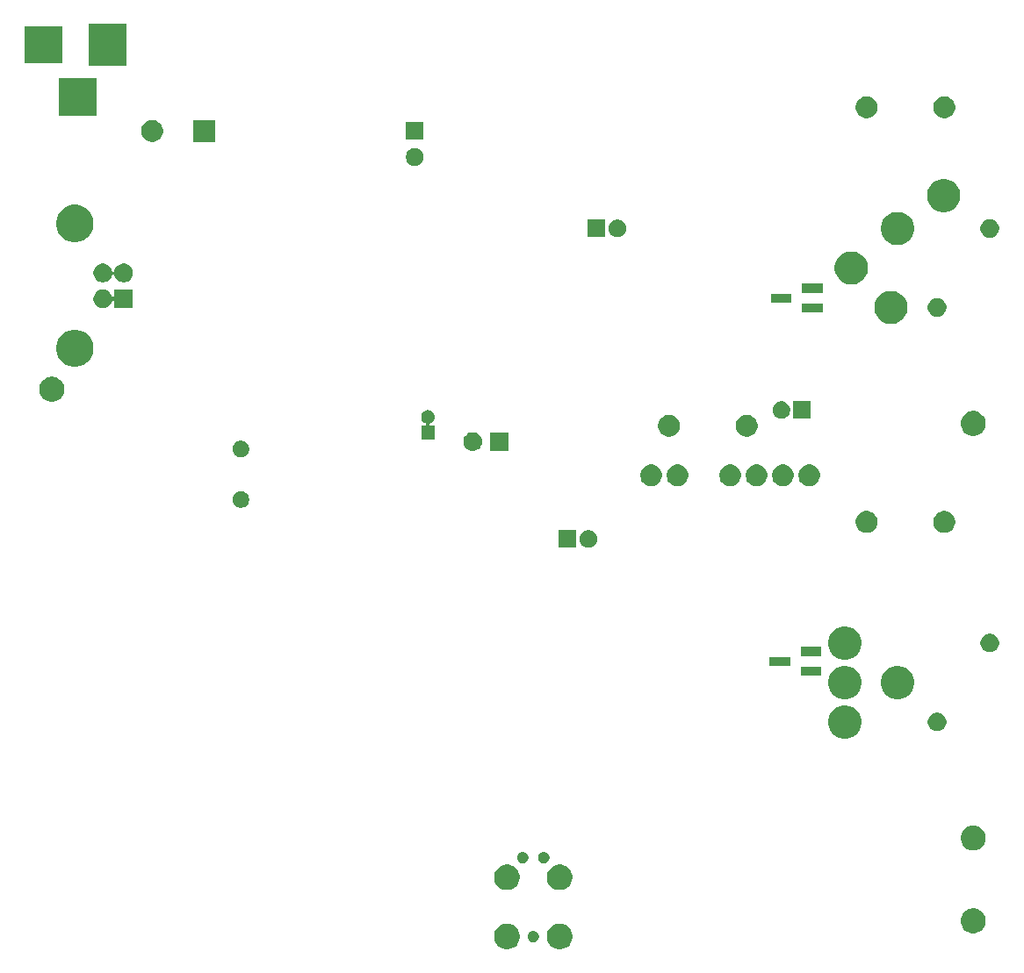
<source format=gbs>
G04 #@! TF.GenerationSoftware,KiCad,Pcbnew,5.0.1*
G04 #@! TF.CreationDate,2019-02-02T17:49:27+01:00*
G04 #@! TF.ProjectId,UsbDmx,557362446D782E6B696361645F706362,rev?*
G04 #@! TF.SameCoordinates,Original*
G04 #@! TF.FileFunction,Soldermask,Bot*
G04 #@! TF.FilePolarity,Negative*
%FSLAX46Y46*%
G04 Gerber Fmt 4.6, Leading zero omitted, Abs format (unit mm)*
G04 Created by KiCad (PCBNEW 5.0.1) date Sa 02 Feb 2019 17:49:27 CET*
%MOMM*%
%LPD*%
G01*
G04 APERTURE LIST*
%ADD10C,0.100000*%
G04 APERTURE END LIST*
D10*
G36*
X110089257Y-158321094D02*
X110314650Y-158414455D01*
X110517498Y-158549994D01*
X110690006Y-158722502D01*
X110825545Y-158925350D01*
X110918906Y-159150743D01*
X110966500Y-159390018D01*
X110966500Y-159633982D01*
X110918906Y-159873257D01*
X110825545Y-160098650D01*
X110690006Y-160301498D01*
X110517498Y-160474006D01*
X110314650Y-160609545D01*
X110089257Y-160702906D01*
X109849982Y-160750500D01*
X109606018Y-160750500D01*
X109366743Y-160702906D01*
X109141350Y-160609545D01*
X108938502Y-160474006D01*
X108765994Y-160301498D01*
X108630455Y-160098650D01*
X108537094Y-159873257D01*
X108489500Y-159633982D01*
X108489500Y-159390018D01*
X108537094Y-159150743D01*
X108630455Y-158925350D01*
X108765994Y-158722502D01*
X108938502Y-158549994D01*
X109141350Y-158414455D01*
X109366743Y-158321094D01*
X109606018Y-158273500D01*
X109849982Y-158273500D01*
X110089257Y-158321094D01*
X110089257Y-158321094D01*
G37*
G36*
X105009257Y-158321094D02*
X105234650Y-158414455D01*
X105437498Y-158549994D01*
X105610006Y-158722502D01*
X105745545Y-158925350D01*
X105838906Y-159150743D01*
X105886500Y-159390018D01*
X105886500Y-159633982D01*
X105838906Y-159873257D01*
X105745545Y-160098650D01*
X105610006Y-160301498D01*
X105437498Y-160474006D01*
X105234650Y-160609545D01*
X105009257Y-160702906D01*
X104769982Y-160750500D01*
X104526018Y-160750500D01*
X104286743Y-160702906D01*
X104061350Y-160609545D01*
X103858502Y-160474006D01*
X103685994Y-160301498D01*
X103550455Y-160098650D01*
X103457094Y-159873257D01*
X103409500Y-159633982D01*
X103409500Y-159390018D01*
X103457094Y-159150743D01*
X103550455Y-158925350D01*
X103685994Y-158722502D01*
X103858502Y-158549994D01*
X104061350Y-158414455D01*
X104286743Y-158321094D01*
X104526018Y-158273500D01*
X104769982Y-158273500D01*
X105009257Y-158321094D01*
X105009257Y-158321094D01*
G37*
G36*
X107347350Y-158986694D02*
X107446770Y-159027875D01*
X107536249Y-159087663D01*
X107612337Y-159163751D01*
X107672125Y-159253230D01*
X107713306Y-159352650D01*
X107734300Y-159458194D01*
X107734300Y-159565806D01*
X107713306Y-159671350D01*
X107672125Y-159770770D01*
X107612337Y-159860249D01*
X107536249Y-159936337D01*
X107446770Y-159996125D01*
X107347350Y-160037306D01*
X107241806Y-160058300D01*
X107134194Y-160058300D01*
X107028650Y-160037306D01*
X106929230Y-159996125D01*
X106839751Y-159936337D01*
X106763663Y-159860249D01*
X106703875Y-159770770D01*
X106662694Y-159671350D01*
X106641700Y-159565806D01*
X106641700Y-159458194D01*
X106662694Y-159352650D01*
X106703875Y-159253230D01*
X106763663Y-159163751D01*
X106839751Y-159087663D01*
X106929230Y-159027875D01*
X107028650Y-158986694D01*
X107134194Y-158965700D01*
X107241806Y-158965700D01*
X107347350Y-158986694D01*
X107347350Y-158986694D01*
G37*
G36*
X149950316Y-156845153D02*
X149950318Y-156845154D01*
X149950319Y-156845154D01*
X150031056Y-156878597D01*
X150168888Y-156935688D01*
X150267576Y-157001629D01*
X150365593Y-157067122D01*
X150532878Y-157234407D01*
X150598371Y-157332424D01*
X150664312Y-157431112D01*
X150754847Y-157649684D01*
X150801000Y-157881710D01*
X150801000Y-158118290D01*
X150754847Y-158350316D01*
X150664312Y-158568888D01*
X150598371Y-158667576D01*
X150532878Y-158765593D01*
X150365593Y-158932878D01*
X150316471Y-158965700D01*
X150168888Y-159064312D01*
X150112518Y-159087661D01*
X149950319Y-159154846D01*
X149950318Y-159154846D01*
X149950316Y-159154847D01*
X149718290Y-159201000D01*
X149481710Y-159201000D01*
X149249684Y-159154847D01*
X149249682Y-159154846D01*
X149249681Y-159154846D01*
X149087482Y-159087661D01*
X149031112Y-159064312D01*
X148883529Y-158965700D01*
X148834407Y-158932878D01*
X148667122Y-158765593D01*
X148601629Y-158667576D01*
X148535688Y-158568888D01*
X148445153Y-158350316D01*
X148399000Y-158118290D01*
X148399000Y-157881710D01*
X148445153Y-157649684D01*
X148535688Y-157431112D01*
X148601629Y-157332424D01*
X148667122Y-157234407D01*
X148834407Y-157067122D01*
X148932424Y-157001629D01*
X149031112Y-156935688D01*
X149168944Y-156878597D01*
X149249681Y-156845154D01*
X149249682Y-156845154D01*
X149249684Y-156845153D01*
X149481710Y-156799000D01*
X149718290Y-156799000D01*
X149950316Y-156845153D01*
X149950316Y-156845153D01*
G37*
G36*
X105009257Y-152606094D02*
X105234650Y-152699455D01*
X105437498Y-152834994D01*
X105610006Y-153007502D01*
X105745545Y-153210350D01*
X105838906Y-153435743D01*
X105886500Y-153675018D01*
X105886500Y-153918982D01*
X105838906Y-154158257D01*
X105745545Y-154383650D01*
X105610006Y-154586498D01*
X105437498Y-154759006D01*
X105234650Y-154894545D01*
X105009257Y-154987906D01*
X104769982Y-155035500D01*
X104526018Y-155035500D01*
X104286743Y-154987906D01*
X104061350Y-154894545D01*
X103858502Y-154759006D01*
X103685994Y-154586498D01*
X103550455Y-154383650D01*
X103457094Y-154158257D01*
X103409500Y-153918982D01*
X103409500Y-153675018D01*
X103457094Y-153435743D01*
X103550455Y-153210350D01*
X103685994Y-153007502D01*
X103858502Y-152834994D01*
X104061350Y-152699455D01*
X104286743Y-152606094D01*
X104526018Y-152558500D01*
X104769982Y-152558500D01*
X105009257Y-152606094D01*
X105009257Y-152606094D01*
G37*
G36*
X110089257Y-152606094D02*
X110314650Y-152699455D01*
X110517498Y-152834994D01*
X110690006Y-153007502D01*
X110825545Y-153210350D01*
X110918906Y-153435743D01*
X110966500Y-153675018D01*
X110966500Y-153918982D01*
X110918906Y-154158257D01*
X110825545Y-154383650D01*
X110690006Y-154586498D01*
X110517498Y-154759006D01*
X110314650Y-154894545D01*
X110089257Y-154987906D01*
X109849982Y-155035500D01*
X109606018Y-155035500D01*
X109366743Y-154987906D01*
X109141350Y-154894545D01*
X108938502Y-154759006D01*
X108765994Y-154586498D01*
X108630455Y-154383650D01*
X108537094Y-154158257D01*
X108489500Y-153918982D01*
X108489500Y-153675018D01*
X108537094Y-153435743D01*
X108630455Y-153210350D01*
X108765994Y-153007502D01*
X108938502Y-152834994D01*
X109141350Y-152699455D01*
X109366743Y-152606094D01*
X109606018Y-152558500D01*
X109849982Y-152558500D01*
X110089257Y-152606094D01*
X110089257Y-152606094D01*
G37*
G36*
X108362350Y-151366694D02*
X108461770Y-151407875D01*
X108551249Y-151467663D01*
X108627337Y-151543751D01*
X108687125Y-151633230D01*
X108728306Y-151732650D01*
X108749300Y-151838194D01*
X108749300Y-151945806D01*
X108728306Y-152051350D01*
X108687125Y-152150770D01*
X108627337Y-152240249D01*
X108551249Y-152316337D01*
X108461770Y-152376125D01*
X108362350Y-152417306D01*
X108256806Y-152438300D01*
X108149194Y-152438300D01*
X108043650Y-152417306D01*
X107944230Y-152376125D01*
X107854751Y-152316337D01*
X107778663Y-152240249D01*
X107718875Y-152150770D01*
X107677694Y-152051350D01*
X107656700Y-151945806D01*
X107656700Y-151838194D01*
X107677694Y-151732650D01*
X107718875Y-151633230D01*
X107778663Y-151543751D01*
X107854751Y-151467663D01*
X107944230Y-151407875D01*
X108043650Y-151366694D01*
X108149194Y-151345700D01*
X108256806Y-151345700D01*
X108362350Y-151366694D01*
X108362350Y-151366694D01*
G37*
G36*
X106332350Y-151366694D02*
X106431770Y-151407875D01*
X106521249Y-151467663D01*
X106597337Y-151543751D01*
X106657125Y-151633230D01*
X106698306Y-151732650D01*
X106719300Y-151838194D01*
X106719300Y-151945806D01*
X106698306Y-152051350D01*
X106657125Y-152150770D01*
X106597337Y-152240249D01*
X106521249Y-152316337D01*
X106431770Y-152376125D01*
X106332350Y-152417306D01*
X106226806Y-152438300D01*
X106119194Y-152438300D01*
X106013650Y-152417306D01*
X105914230Y-152376125D01*
X105824751Y-152316337D01*
X105748663Y-152240249D01*
X105688875Y-152150770D01*
X105647694Y-152051350D01*
X105626700Y-151945806D01*
X105626700Y-151838194D01*
X105647694Y-151732650D01*
X105688875Y-151633230D01*
X105748663Y-151543751D01*
X105824751Y-151467663D01*
X105914230Y-151407875D01*
X106013650Y-151366694D01*
X106119194Y-151345700D01*
X106226806Y-151345700D01*
X106332350Y-151366694D01*
X106332350Y-151366694D01*
G37*
G36*
X149950316Y-148845153D02*
X149950318Y-148845154D01*
X149950319Y-148845154D01*
X150031056Y-148878597D01*
X150168888Y-148935688D01*
X150267576Y-149001629D01*
X150365593Y-149067122D01*
X150532878Y-149234407D01*
X150598371Y-149332424D01*
X150664312Y-149431112D01*
X150754847Y-149649684D01*
X150801000Y-149881710D01*
X150801000Y-150118290D01*
X150754847Y-150350316D01*
X150664312Y-150568888D01*
X150598371Y-150667576D01*
X150532878Y-150765593D01*
X150365593Y-150932878D01*
X150267576Y-150998371D01*
X150168888Y-151064312D01*
X150031056Y-151121403D01*
X149950319Y-151154846D01*
X149950318Y-151154846D01*
X149950316Y-151154847D01*
X149718290Y-151201000D01*
X149481710Y-151201000D01*
X149249684Y-151154847D01*
X149249682Y-151154846D01*
X149249681Y-151154846D01*
X149168944Y-151121403D01*
X149031112Y-151064312D01*
X148932424Y-150998371D01*
X148834407Y-150932878D01*
X148667122Y-150765593D01*
X148601629Y-150667576D01*
X148535688Y-150568888D01*
X148445153Y-150350316D01*
X148399000Y-150118290D01*
X148399000Y-149881710D01*
X148445153Y-149649684D01*
X148535688Y-149431112D01*
X148601629Y-149332424D01*
X148667122Y-149234407D01*
X148834407Y-149067122D01*
X148932424Y-149001629D01*
X149031112Y-148935688D01*
X149168944Y-148878597D01*
X149249681Y-148845154D01*
X149249682Y-148845154D01*
X149249684Y-148845153D01*
X149481710Y-148799000D01*
X149718290Y-148799000D01*
X149950316Y-148845153D01*
X149950316Y-148845153D01*
G37*
G36*
X137686703Y-137271486D02*
X137977883Y-137392097D01*
X138239944Y-137567201D01*
X138462799Y-137790056D01*
X138637903Y-138052117D01*
X138758514Y-138343297D01*
X138820000Y-138652412D01*
X138820000Y-138967588D01*
X138758514Y-139276703D01*
X138637903Y-139567883D01*
X138462799Y-139829944D01*
X138239944Y-140052799D01*
X137977883Y-140227903D01*
X137686703Y-140348514D01*
X137377588Y-140410000D01*
X137062412Y-140410000D01*
X136753297Y-140348514D01*
X136462117Y-140227903D01*
X136200056Y-140052799D01*
X135977201Y-139829944D01*
X135802097Y-139567883D01*
X135681486Y-139276703D01*
X135620000Y-138967588D01*
X135620000Y-138652412D01*
X135681486Y-138343297D01*
X135802097Y-138052117D01*
X135977201Y-137790056D01*
X136200056Y-137567201D01*
X136462117Y-137392097D01*
X136753297Y-137271486D01*
X137062412Y-137210000D01*
X137377588Y-137210000D01*
X137686703Y-137271486D01*
X137686703Y-137271486D01*
G37*
G36*
X146372521Y-137944586D02*
X146536309Y-138012429D01*
X146683720Y-138110926D01*
X146809074Y-138236280D01*
X146907571Y-138383691D01*
X146975414Y-138547479D01*
X147010000Y-138721356D01*
X147010000Y-138898644D01*
X146975414Y-139072521D01*
X146907571Y-139236309D01*
X146809074Y-139383720D01*
X146683720Y-139509074D01*
X146536309Y-139607571D01*
X146372521Y-139675414D01*
X146198644Y-139710000D01*
X146021356Y-139710000D01*
X145847479Y-139675414D01*
X145683691Y-139607571D01*
X145536280Y-139509074D01*
X145410926Y-139383720D01*
X145312429Y-139236309D01*
X145244586Y-139072521D01*
X145210000Y-138898644D01*
X145210000Y-138721356D01*
X145244586Y-138547479D01*
X145312429Y-138383691D01*
X145410926Y-138236280D01*
X145536280Y-138110926D01*
X145683691Y-138012429D01*
X145847479Y-137944586D01*
X146021356Y-137910000D01*
X146198644Y-137910000D01*
X146372521Y-137944586D01*
X146372521Y-137944586D01*
G37*
G36*
X137686703Y-133461486D02*
X137977883Y-133582097D01*
X138239944Y-133757201D01*
X138462799Y-133980056D01*
X138637903Y-134242117D01*
X138758514Y-134533297D01*
X138820000Y-134842412D01*
X138820000Y-135157588D01*
X138758514Y-135466703D01*
X138637903Y-135757883D01*
X138462799Y-136019944D01*
X138239944Y-136242799D01*
X137977883Y-136417903D01*
X137686703Y-136538514D01*
X137377588Y-136600000D01*
X137062412Y-136600000D01*
X136753297Y-136538514D01*
X136462117Y-136417903D01*
X136200056Y-136242799D01*
X135977201Y-136019944D01*
X135802097Y-135757883D01*
X135681486Y-135466703D01*
X135620000Y-135157588D01*
X135620000Y-134842412D01*
X135681486Y-134533297D01*
X135802097Y-134242117D01*
X135977201Y-133980056D01*
X136200056Y-133757201D01*
X136462117Y-133582097D01*
X136753297Y-133461486D01*
X137062412Y-133400000D01*
X137377588Y-133400000D01*
X137686703Y-133461486D01*
X137686703Y-133461486D01*
G37*
G36*
X142766703Y-133461486D02*
X143057883Y-133582097D01*
X143319944Y-133757201D01*
X143542799Y-133980056D01*
X143717903Y-134242117D01*
X143838514Y-134533297D01*
X143900000Y-134842412D01*
X143900000Y-135157588D01*
X143838514Y-135466703D01*
X143717903Y-135757883D01*
X143542799Y-136019944D01*
X143319944Y-136242799D01*
X143057883Y-136417903D01*
X142766703Y-136538514D01*
X142457588Y-136600000D01*
X142142412Y-136600000D01*
X141833297Y-136538514D01*
X141542117Y-136417903D01*
X141280056Y-136242799D01*
X141057201Y-136019944D01*
X140882097Y-135757883D01*
X140761486Y-135466703D01*
X140700000Y-135157588D01*
X140700000Y-134842412D01*
X140761486Y-134533297D01*
X140882097Y-134242117D01*
X141057201Y-133980056D01*
X141280056Y-133757201D01*
X141542117Y-133582097D01*
X141833297Y-133461486D01*
X142142412Y-133400000D01*
X142457588Y-133400000D01*
X142766703Y-133461486D01*
X142766703Y-133461486D01*
G37*
G36*
X134962000Y-134370000D02*
X132960000Y-134370000D01*
X132960000Y-133468000D01*
X134962000Y-133468000D01*
X134962000Y-134370000D01*
X134962000Y-134370000D01*
G37*
G36*
X131962000Y-133420000D02*
X129960000Y-133420000D01*
X129960000Y-132518000D01*
X131962000Y-132518000D01*
X131962000Y-133420000D01*
X131962000Y-133420000D01*
G37*
G36*
X137686703Y-129651486D02*
X137977883Y-129772097D01*
X138239944Y-129947201D01*
X138462799Y-130170056D01*
X138637903Y-130432117D01*
X138758514Y-130723297D01*
X138820000Y-131032412D01*
X138820000Y-131347588D01*
X138758514Y-131656703D01*
X138637903Y-131947883D01*
X138462799Y-132209944D01*
X138239944Y-132432799D01*
X137977883Y-132607903D01*
X137686703Y-132728514D01*
X137377588Y-132790000D01*
X137062412Y-132790000D01*
X136753297Y-132728514D01*
X136462117Y-132607903D01*
X136200056Y-132432799D01*
X135977201Y-132209944D01*
X135802097Y-131947883D01*
X135681486Y-131656703D01*
X135620000Y-131347588D01*
X135620000Y-131032412D01*
X135681486Y-130723297D01*
X135802097Y-130432117D01*
X135977201Y-130170056D01*
X136200056Y-129947201D01*
X136462117Y-129772097D01*
X136753297Y-129651486D01*
X137062412Y-129590000D01*
X137377588Y-129590000D01*
X137686703Y-129651486D01*
X137686703Y-129651486D01*
G37*
G36*
X134962000Y-132470000D02*
X132960000Y-132470000D01*
X132960000Y-131568000D01*
X134962000Y-131568000D01*
X134962000Y-132470000D01*
X134962000Y-132470000D01*
G37*
G36*
X151452521Y-130324586D02*
X151616309Y-130392429D01*
X151763720Y-130490926D01*
X151889074Y-130616280D01*
X151987571Y-130763691D01*
X152055414Y-130927479D01*
X152090000Y-131101356D01*
X152090000Y-131278644D01*
X152055414Y-131452521D01*
X151987571Y-131616309D01*
X151889074Y-131763720D01*
X151763720Y-131889074D01*
X151616309Y-131987571D01*
X151452521Y-132055414D01*
X151278644Y-132090000D01*
X151101356Y-132090000D01*
X150927479Y-132055414D01*
X150763691Y-131987571D01*
X150616280Y-131889074D01*
X150490926Y-131763720D01*
X150392429Y-131616309D01*
X150324586Y-131452521D01*
X150290000Y-131278644D01*
X150290000Y-131101356D01*
X150324586Y-130927479D01*
X150392429Y-130763691D01*
X150490926Y-130616280D01*
X150616280Y-130490926D01*
X150763691Y-130392429D01*
X150927479Y-130324586D01*
X151101356Y-130290000D01*
X151278644Y-130290000D01*
X151452521Y-130324586D01*
X151452521Y-130324586D01*
G37*
G36*
X111341000Y-122009000D02*
X109639000Y-122009000D01*
X109639000Y-120307000D01*
X111341000Y-120307000D01*
X111341000Y-122009000D01*
X111341000Y-122009000D01*
G37*
G36*
X112738228Y-120339703D02*
X112893100Y-120403853D01*
X113032481Y-120496985D01*
X113151015Y-120615519D01*
X113244147Y-120754900D01*
X113308297Y-120909772D01*
X113341000Y-121074184D01*
X113341000Y-121241816D01*
X113308297Y-121406228D01*
X113244147Y-121561100D01*
X113151015Y-121700481D01*
X113032481Y-121819015D01*
X112893100Y-121912147D01*
X112738228Y-121976297D01*
X112573816Y-122009000D01*
X112406184Y-122009000D01*
X112241772Y-121976297D01*
X112086900Y-121912147D01*
X111947519Y-121819015D01*
X111828985Y-121700481D01*
X111735853Y-121561100D01*
X111671703Y-121406228D01*
X111639000Y-121241816D01*
X111639000Y-121074184D01*
X111671703Y-120909772D01*
X111735853Y-120754900D01*
X111828985Y-120615519D01*
X111947519Y-120496985D01*
X112086900Y-120403853D01*
X112241772Y-120339703D01*
X112406184Y-120307000D01*
X112573816Y-120307000D01*
X112738228Y-120339703D01*
X112738228Y-120339703D01*
G37*
G36*
X139618565Y-118496389D02*
X139809834Y-118575615D01*
X139981976Y-118690637D01*
X140128363Y-118837024D01*
X140243385Y-119009166D01*
X140322611Y-119200435D01*
X140363000Y-119403484D01*
X140363000Y-119610516D01*
X140322611Y-119813565D01*
X140243385Y-120004834D01*
X140128363Y-120176976D01*
X139981976Y-120323363D01*
X139809834Y-120438385D01*
X139618565Y-120517611D01*
X139415516Y-120558000D01*
X139208484Y-120558000D01*
X139005435Y-120517611D01*
X138814166Y-120438385D01*
X138642024Y-120323363D01*
X138495637Y-120176976D01*
X138380615Y-120004834D01*
X138301389Y-119813565D01*
X138261000Y-119610516D01*
X138261000Y-119403484D01*
X138301389Y-119200435D01*
X138380615Y-119009166D01*
X138495637Y-118837024D01*
X138642024Y-118690637D01*
X138814166Y-118575615D01*
X139005435Y-118496389D01*
X139208484Y-118456000D01*
X139415516Y-118456000D01*
X139618565Y-118496389D01*
X139618565Y-118496389D01*
G37*
G36*
X147118565Y-118496389D02*
X147309834Y-118575615D01*
X147481976Y-118690637D01*
X147628363Y-118837024D01*
X147743385Y-119009166D01*
X147822611Y-119200435D01*
X147863000Y-119403484D01*
X147863000Y-119610516D01*
X147822611Y-119813565D01*
X147743385Y-120004834D01*
X147628363Y-120176976D01*
X147481976Y-120323363D01*
X147309834Y-120438385D01*
X147118565Y-120517611D01*
X146915516Y-120558000D01*
X146708484Y-120558000D01*
X146505435Y-120517611D01*
X146314166Y-120438385D01*
X146142024Y-120323363D01*
X145995637Y-120176976D01*
X145880615Y-120004834D01*
X145801389Y-119813565D01*
X145761000Y-119610516D01*
X145761000Y-119403484D01*
X145801389Y-119200435D01*
X145880615Y-119009166D01*
X145995637Y-118837024D01*
X146142024Y-118690637D01*
X146314166Y-118575615D01*
X146505435Y-118496389D01*
X146708484Y-118456000D01*
X146915516Y-118456000D01*
X147118565Y-118496389D01*
X147118565Y-118496389D01*
G37*
G36*
X79227643Y-116577781D02*
X79373415Y-116638162D01*
X79504611Y-116725824D01*
X79616176Y-116837389D01*
X79703838Y-116968585D01*
X79764219Y-117114357D01*
X79795000Y-117269107D01*
X79795000Y-117426893D01*
X79764219Y-117581643D01*
X79703838Y-117727415D01*
X79616176Y-117858611D01*
X79504611Y-117970176D01*
X79373415Y-118057838D01*
X79227643Y-118118219D01*
X79072893Y-118149000D01*
X78915107Y-118149000D01*
X78760357Y-118118219D01*
X78614585Y-118057838D01*
X78483389Y-117970176D01*
X78371824Y-117858611D01*
X78284162Y-117727415D01*
X78223781Y-117581643D01*
X78193000Y-117426893D01*
X78193000Y-117269107D01*
X78223781Y-117114357D01*
X78284162Y-116968585D01*
X78371824Y-116837389D01*
X78483389Y-116725824D01*
X78614585Y-116638162D01*
X78760357Y-116577781D01*
X78915107Y-116547000D01*
X79072893Y-116547000D01*
X79227643Y-116577781D01*
X79227643Y-116577781D01*
G37*
G36*
X134102565Y-113989389D02*
X134293834Y-114068615D01*
X134465976Y-114183637D01*
X134612363Y-114330024D01*
X134727385Y-114502166D01*
X134806611Y-114693435D01*
X134847000Y-114896484D01*
X134847000Y-115103516D01*
X134806611Y-115306565D01*
X134727385Y-115497834D01*
X134612363Y-115669976D01*
X134465976Y-115816363D01*
X134293834Y-115931385D01*
X134102565Y-116010611D01*
X133899516Y-116051000D01*
X133692484Y-116051000D01*
X133489435Y-116010611D01*
X133298166Y-115931385D01*
X133126024Y-115816363D01*
X132979637Y-115669976D01*
X132864615Y-115497834D01*
X132785389Y-115306565D01*
X132745000Y-115103516D01*
X132745000Y-114896484D01*
X132785389Y-114693435D01*
X132864615Y-114502166D01*
X132979637Y-114330024D01*
X133126024Y-114183637D01*
X133298166Y-114068615D01*
X133489435Y-113989389D01*
X133692484Y-113949000D01*
X133899516Y-113949000D01*
X134102565Y-113989389D01*
X134102565Y-113989389D01*
G37*
G36*
X131562565Y-113989389D02*
X131753834Y-114068615D01*
X131925976Y-114183637D01*
X132072363Y-114330024D01*
X132187385Y-114502166D01*
X132266611Y-114693435D01*
X132307000Y-114896484D01*
X132307000Y-115103516D01*
X132266611Y-115306565D01*
X132187385Y-115497834D01*
X132072363Y-115669976D01*
X131925976Y-115816363D01*
X131753834Y-115931385D01*
X131562565Y-116010611D01*
X131359516Y-116051000D01*
X131152484Y-116051000D01*
X130949435Y-116010611D01*
X130758166Y-115931385D01*
X130586024Y-115816363D01*
X130439637Y-115669976D01*
X130324615Y-115497834D01*
X130245389Y-115306565D01*
X130205000Y-115103516D01*
X130205000Y-114896484D01*
X130245389Y-114693435D01*
X130324615Y-114502166D01*
X130439637Y-114330024D01*
X130586024Y-114183637D01*
X130758166Y-114068615D01*
X130949435Y-113989389D01*
X131152484Y-113949000D01*
X131359516Y-113949000D01*
X131562565Y-113989389D01*
X131562565Y-113989389D01*
G37*
G36*
X129022565Y-113989389D02*
X129213834Y-114068615D01*
X129385976Y-114183637D01*
X129532363Y-114330024D01*
X129647385Y-114502166D01*
X129726611Y-114693435D01*
X129767000Y-114896484D01*
X129767000Y-115103516D01*
X129726611Y-115306565D01*
X129647385Y-115497834D01*
X129532363Y-115669976D01*
X129385976Y-115816363D01*
X129213834Y-115931385D01*
X129022565Y-116010611D01*
X128819516Y-116051000D01*
X128612484Y-116051000D01*
X128409435Y-116010611D01*
X128218166Y-115931385D01*
X128046024Y-115816363D01*
X127899637Y-115669976D01*
X127784615Y-115497834D01*
X127705389Y-115306565D01*
X127665000Y-115103516D01*
X127665000Y-114896484D01*
X127705389Y-114693435D01*
X127784615Y-114502166D01*
X127899637Y-114330024D01*
X128046024Y-114183637D01*
X128218166Y-114068615D01*
X128409435Y-113989389D01*
X128612484Y-113949000D01*
X128819516Y-113949000D01*
X129022565Y-113989389D01*
X129022565Y-113989389D01*
G37*
G36*
X126482565Y-113989389D02*
X126673834Y-114068615D01*
X126845976Y-114183637D01*
X126992363Y-114330024D01*
X127107385Y-114502166D01*
X127186611Y-114693435D01*
X127227000Y-114896484D01*
X127227000Y-115103516D01*
X127186611Y-115306565D01*
X127107385Y-115497834D01*
X126992363Y-115669976D01*
X126845976Y-115816363D01*
X126673834Y-115931385D01*
X126482565Y-116010611D01*
X126279516Y-116051000D01*
X126072484Y-116051000D01*
X125869435Y-116010611D01*
X125678166Y-115931385D01*
X125506024Y-115816363D01*
X125359637Y-115669976D01*
X125244615Y-115497834D01*
X125165389Y-115306565D01*
X125125000Y-115103516D01*
X125125000Y-114896484D01*
X125165389Y-114693435D01*
X125244615Y-114502166D01*
X125359637Y-114330024D01*
X125506024Y-114183637D01*
X125678166Y-114068615D01*
X125869435Y-113989389D01*
X126072484Y-113949000D01*
X126279516Y-113949000D01*
X126482565Y-113989389D01*
X126482565Y-113989389D01*
G37*
G36*
X121402565Y-113989389D02*
X121593834Y-114068615D01*
X121765976Y-114183637D01*
X121912363Y-114330024D01*
X122027385Y-114502166D01*
X122106611Y-114693435D01*
X122147000Y-114896484D01*
X122147000Y-115103516D01*
X122106611Y-115306565D01*
X122027385Y-115497834D01*
X121912363Y-115669976D01*
X121765976Y-115816363D01*
X121593834Y-115931385D01*
X121402565Y-116010611D01*
X121199516Y-116051000D01*
X120992484Y-116051000D01*
X120789435Y-116010611D01*
X120598166Y-115931385D01*
X120426024Y-115816363D01*
X120279637Y-115669976D01*
X120164615Y-115497834D01*
X120085389Y-115306565D01*
X120045000Y-115103516D01*
X120045000Y-114896484D01*
X120085389Y-114693435D01*
X120164615Y-114502166D01*
X120279637Y-114330024D01*
X120426024Y-114183637D01*
X120598166Y-114068615D01*
X120789435Y-113989389D01*
X120992484Y-113949000D01*
X121199516Y-113949000D01*
X121402565Y-113989389D01*
X121402565Y-113989389D01*
G37*
G36*
X118862565Y-113989389D02*
X119053834Y-114068615D01*
X119225976Y-114183637D01*
X119372363Y-114330024D01*
X119487385Y-114502166D01*
X119566611Y-114693435D01*
X119607000Y-114896484D01*
X119607000Y-115103516D01*
X119566611Y-115306565D01*
X119487385Y-115497834D01*
X119372363Y-115669976D01*
X119225976Y-115816363D01*
X119053834Y-115931385D01*
X118862565Y-116010611D01*
X118659516Y-116051000D01*
X118452484Y-116051000D01*
X118249435Y-116010611D01*
X118058166Y-115931385D01*
X117886024Y-115816363D01*
X117739637Y-115669976D01*
X117624615Y-115497834D01*
X117545389Y-115306565D01*
X117505000Y-115103516D01*
X117505000Y-114896484D01*
X117545389Y-114693435D01*
X117624615Y-114502166D01*
X117739637Y-114330024D01*
X117886024Y-114183637D01*
X118058166Y-114068615D01*
X118249435Y-113989389D01*
X118452484Y-113949000D01*
X118659516Y-113949000D01*
X118862565Y-113989389D01*
X118862565Y-113989389D01*
G37*
G36*
X79227643Y-111697781D02*
X79373415Y-111758162D01*
X79504611Y-111845824D01*
X79616176Y-111957389D01*
X79703838Y-112088585D01*
X79764219Y-112234357D01*
X79795000Y-112389107D01*
X79795000Y-112546893D01*
X79764219Y-112701643D01*
X79703838Y-112847415D01*
X79616176Y-112978611D01*
X79504611Y-113090176D01*
X79373415Y-113177838D01*
X79227643Y-113238219D01*
X79072893Y-113269000D01*
X78915107Y-113269000D01*
X78760357Y-113238219D01*
X78614585Y-113177838D01*
X78483389Y-113090176D01*
X78371824Y-112978611D01*
X78284162Y-112847415D01*
X78223781Y-112701643D01*
X78193000Y-112546893D01*
X78193000Y-112389107D01*
X78223781Y-112234357D01*
X78284162Y-112088585D01*
X78371824Y-111957389D01*
X78483389Y-111845824D01*
X78614585Y-111758162D01*
X78760357Y-111697781D01*
X78915107Y-111667000D01*
X79072893Y-111667000D01*
X79227643Y-111697781D01*
X79227643Y-111697781D01*
G37*
G36*
X101456442Y-110865518D02*
X101522627Y-110872037D01*
X101634499Y-110905973D01*
X101692467Y-110923557D01*
X101831087Y-110997652D01*
X101848991Y-111007222D01*
X101884729Y-111036552D01*
X101986186Y-111119814D01*
X102069448Y-111221271D01*
X102098778Y-111257009D01*
X102098779Y-111257011D01*
X102182443Y-111413533D01*
X102182443Y-111413534D01*
X102233963Y-111583373D01*
X102251359Y-111760000D01*
X102233963Y-111936627D01*
X102227664Y-111957392D01*
X102182443Y-112106467D01*
X102114083Y-112234357D01*
X102098778Y-112262991D01*
X102069448Y-112298729D01*
X101986186Y-112400186D01*
X101884729Y-112483448D01*
X101848991Y-112512778D01*
X101848989Y-112512779D01*
X101692467Y-112596443D01*
X101635853Y-112613616D01*
X101522627Y-112647963D01*
X101456442Y-112654482D01*
X101390260Y-112661000D01*
X101301740Y-112661000D01*
X101235558Y-112654482D01*
X101169373Y-112647963D01*
X101056147Y-112613616D01*
X100999533Y-112596443D01*
X100843011Y-112512779D01*
X100843009Y-112512778D01*
X100807271Y-112483448D01*
X100705814Y-112400186D01*
X100622552Y-112298729D01*
X100593222Y-112262991D01*
X100577917Y-112234357D01*
X100509557Y-112106467D01*
X100464336Y-111957392D01*
X100458037Y-111936627D01*
X100440641Y-111760000D01*
X100458037Y-111583373D01*
X100509557Y-111413534D01*
X100509557Y-111413533D01*
X100593221Y-111257011D01*
X100593222Y-111257009D01*
X100622552Y-111221271D01*
X100705814Y-111119814D01*
X100807271Y-111036552D01*
X100843009Y-111007222D01*
X100860913Y-110997652D01*
X100999533Y-110923557D01*
X101057501Y-110905973D01*
X101169373Y-110872037D01*
X101235558Y-110865518D01*
X101301740Y-110859000D01*
X101390260Y-110859000D01*
X101456442Y-110865518D01*
X101456442Y-110865518D01*
G37*
G36*
X104787000Y-112661000D02*
X102985000Y-112661000D01*
X102985000Y-110859000D01*
X104787000Y-110859000D01*
X104787000Y-112661000D01*
X104787000Y-112661000D01*
G37*
G36*
X97217890Y-108745017D02*
X97336361Y-108794089D01*
X97336364Y-108794091D01*
X97412784Y-108845153D01*
X97442992Y-108865338D01*
X97533662Y-108956008D01*
X97604911Y-109062639D01*
X97653983Y-109181110D01*
X97679000Y-109306881D01*
X97679000Y-109435119D01*
X97653983Y-109560890D01*
X97604911Y-109679361D01*
X97533662Y-109785992D01*
X97442992Y-109876662D01*
X97442989Y-109876664D01*
X97442988Y-109876665D01*
X97364012Y-109929435D01*
X97336361Y-109947911D01*
X97260061Y-109979515D01*
X97238450Y-109991066D01*
X97219508Y-110006611D01*
X97203963Y-110025553D01*
X97192411Y-110047164D01*
X97185298Y-110070613D01*
X97182896Y-110094999D01*
X97185298Y-110119386D01*
X97192411Y-110142835D01*
X97203962Y-110164446D01*
X97219507Y-110183388D01*
X97238449Y-110198933D01*
X97260060Y-110210485D01*
X97283509Y-110217598D01*
X97307896Y-110220000D01*
X97679000Y-110220000D01*
X97679000Y-111522000D01*
X96377000Y-111522000D01*
X96377000Y-110220000D01*
X96748104Y-110220000D01*
X96772490Y-110217598D01*
X96795939Y-110210485D01*
X96817550Y-110198934D01*
X96836492Y-110183388D01*
X96852038Y-110164446D01*
X96863589Y-110142835D01*
X96870702Y-110119386D01*
X96873104Y-110095000D01*
X96870702Y-110070614D01*
X96863589Y-110047165D01*
X96852038Y-110025554D01*
X96836492Y-110006612D01*
X96817550Y-109991066D01*
X96795939Y-109979515D01*
X96719639Y-109947911D01*
X96691988Y-109929435D01*
X96613012Y-109876665D01*
X96613011Y-109876664D01*
X96613008Y-109876662D01*
X96522338Y-109785992D01*
X96451089Y-109679361D01*
X96402017Y-109560890D01*
X96377000Y-109435119D01*
X96377000Y-109306881D01*
X96402017Y-109181110D01*
X96451089Y-109062639D01*
X96522338Y-108956008D01*
X96613008Y-108865338D01*
X96643217Y-108845153D01*
X96719636Y-108794091D01*
X96719639Y-108794089D01*
X96838110Y-108745017D01*
X96963881Y-108720000D01*
X97092119Y-108720000D01*
X97217890Y-108745017D01*
X97217890Y-108745017D01*
G37*
G36*
X120568565Y-109225389D02*
X120759834Y-109304615D01*
X120931976Y-109419637D01*
X121078363Y-109566024D01*
X121193385Y-109738166D01*
X121272611Y-109929435D01*
X121313000Y-110132484D01*
X121313000Y-110339516D01*
X121272611Y-110542565D01*
X121193385Y-110733834D01*
X121078363Y-110905976D01*
X120931976Y-111052363D01*
X120759834Y-111167385D01*
X120568565Y-111246611D01*
X120365516Y-111287000D01*
X120158484Y-111287000D01*
X119955435Y-111246611D01*
X119764166Y-111167385D01*
X119592024Y-111052363D01*
X119445637Y-110905976D01*
X119330615Y-110733834D01*
X119251389Y-110542565D01*
X119211000Y-110339516D01*
X119211000Y-110132484D01*
X119251389Y-109929435D01*
X119330615Y-109738166D01*
X119445637Y-109566024D01*
X119592024Y-109419637D01*
X119764166Y-109304615D01*
X119955435Y-109225389D01*
X120158484Y-109185000D01*
X120365516Y-109185000D01*
X120568565Y-109225389D01*
X120568565Y-109225389D01*
G37*
G36*
X128068565Y-109225389D02*
X128259834Y-109304615D01*
X128431976Y-109419637D01*
X128578363Y-109566024D01*
X128693385Y-109738166D01*
X128772611Y-109929435D01*
X128813000Y-110132484D01*
X128813000Y-110339516D01*
X128772611Y-110542565D01*
X128693385Y-110733834D01*
X128578363Y-110905976D01*
X128431976Y-111052363D01*
X128259834Y-111167385D01*
X128068565Y-111246611D01*
X127865516Y-111287000D01*
X127658484Y-111287000D01*
X127455435Y-111246611D01*
X127264166Y-111167385D01*
X127092024Y-111052363D01*
X126945637Y-110905976D01*
X126830615Y-110733834D01*
X126751389Y-110542565D01*
X126711000Y-110339516D01*
X126711000Y-110132484D01*
X126751389Y-109929435D01*
X126830615Y-109738166D01*
X126945637Y-109566024D01*
X127092024Y-109419637D01*
X127264166Y-109304615D01*
X127455435Y-109225389D01*
X127658484Y-109185000D01*
X127865516Y-109185000D01*
X128068565Y-109225389D01*
X128068565Y-109225389D01*
G37*
G36*
X149950316Y-108845153D02*
X149950318Y-108845154D01*
X149950319Y-108845154D01*
X149999040Y-108865335D01*
X150168888Y-108935688D01*
X150267576Y-109001629D01*
X150365593Y-109067122D01*
X150532878Y-109234407D01*
X150579789Y-109304615D01*
X150664312Y-109431112D01*
X150754847Y-109649684D01*
X150801000Y-109881710D01*
X150801000Y-110118290D01*
X150754847Y-110350316D01*
X150664312Y-110568888D01*
X150598371Y-110667576D01*
X150532878Y-110765593D01*
X150365593Y-110932878D01*
X150267576Y-110998371D01*
X150168888Y-111064312D01*
X150034894Y-111119814D01*
X149950319Y-111154846D01*
X149950318Y-111154846D01*
X149950316Y-111154847D01*
X149718290Y-111201000D01*
X149481710Y-111201000D01*
X149249684Y-111154847D01*
X149249682Y-111154846D01*
X149249681Y-111154846D01*
X149165106Y-111119814D01*
X149031112Y-111064312D01*
X148932424Y-110998371D01*
X148834407Y-110932878D01*
X148667122Y-110765593D01*
X148601629Y-110667576D01*
X148535688Y-110568888D01*
X148445153Y-110350316D01*
X148399000Y-110118290D01*
X148399000Y-109881710D01*
X148445153Y-109649684D01*
X148535688Y-109431112D01*
X148620211Y-109304615D01*
X148667122Y-109234407D01*
X148834407Y-109067122D01*
X148932424Y-109001629D01*
X149031112Y-108935688D01*
X149200960Y-108865335D01*
X149249681Y-108845154D01*
X149249682Y-108845154D01*
X149249684Y-108845153D01*
X149481710Y-108799000D01*
X149718290Y-108799000D01*
X149950316Y-108845153D01*
X149950316Y-108845153D01*
G37*
G36*
X133947000Y-109563000D02*
X132245000Y-109563000D01*
X132245000Y-107861000D01*
X133947000Y-107861000D01*
X133947000Y-109563000D01*
X133947000Y-109563000D01*
G37*
G36*
X131344228Y-107893703D02*
X131499100Y-107957853D01*
X131638481Y-108050985D01*
X131757015Y-108169519D01*
X131850147Y-108308900D01*
X131914297Y-108463772D01*
X131947000Y-108628184D01*
X131947000Y-108795816D01*
X131914297Y-108960228D01*
X131850147Y-109115100D01*
X131757015Y-109254481D01*
X131638481Y-109373015D01*
X131499100Y-109466147D01*
X131344228Y-109530297D01*
X131179816Y-109563000D01*
X131012184Y-109563000D01*
X130847772Y-109530297D01*
X130692900Y-109466147D01*
X130553519Y-109373015D01*
X130434985Y-109254481D01*
X130341853Y-109115100D01*
X130277703Y-108960228D01*
X130245000Y-108795816D01*
X130245000Y-108628184D01*
X130277703Y-108463772D01*
X130341853Y-108308900D01*
X130434985Y-108169519D01*
X130553519Y-108050985D01*
X130692900Y-107957853D01*
X130847772Y-107893703D01*
X131012184Y-107861000D01*
X131179816Y-107861000D01*
X131344228Y-107893703D01*
X131344228Y-107893703D01*
G37*
G36*
X61119816Y-105537853D02*
X61119818Y-105537854D01*
X61119819Y-105537854D01*
X61200556Y-105571297D01*
X61338388Y-105628388D01*
X61437076Y-105694329D01*
X61535093Y-105759822D01*
X61702378Y-105927107D01*
X61767871Y-106025124D01*
X61833812Y-106123812D01*
X61924347Y-106342384D01*
X61970500Y-106574410D01*
X61970500Y-106810990D01*
X61924347Y-107043016D01*
X61833812Y-107261588D01*
X61767871Y-107360276D01*
X61702378Y-107458293D01*
X61535093Y-107625578D01*
X61437076Y-107691071D01*
X61338388Y-107757012D01*
X61200556Y-107814103D01*
X61119819Y-107847546D01*
X61119818Y-107847546D01*
X61119816Y-107847547D01*
X60887790Y-107893700D01*
X60651210Y-107893700D01*
X60419184Y-107847547D01*
X60419182Y-107847546D01*
X60419181Y-107847546D01*
X60338444Y-107814103D01*
X60200612Y-107757012D01*
X60101924Y-107691071D01*
X60003907Y-107625578D01*
X59836622Y-107458293D01*
X59771129Y-107360276D01*
X59705188Y-107261588D01*
X59614653Y-107043016D01*
X59568500Y-106810990D01*
X59568500Y-106574410D01*
X59614653Y-106342384D01*
X59705188Y-106123812D01*
X59771129Y-106025124D01*
X59836622Y-105927107D01*
X60003907Y-105759822D01*
X60101924Y-105694329D01*
X60200612Y-105628388D01*
X60338444Y-105571297D01*
X60419181Y-105537854D01*
X60419182Y-105537854D01*
X60419184Y-105537853D01*
X60651210Y-105491700D01*
X60887790Y-105491700D01*
X61119816Y-105537853D01*
X61119816Y-105537853D01*
G37*
G36*
X63506331Y-101020211D02*
X63834092Y-101155974D01*
X64129073Y-101353074D01*
X64379926Y-101603927D01*
X64577026Y-101898908D01*
X64712789Y-102226669D01*
X64782000Y-102574616D01*
X64782000Y-102929384D01*
X64712789Y-103277331D01*
X64577026Y-103605092D01*
X64379926Y-103900073D01*
X64129073Y-104150926D01*
X63834092Y-104348026D01*
X63506331Y-104483789D01*
X63158384Y-104553000D01*
X62803616Y-104553000D01*
X62455669Y-104483789D01*
X62127908Y-104348026D01*
X61832927Y-104150926D01*
X61582074Y-103900073D01*
X61384974Y-103605092D01*
X61249211Y-103277331D01*
X61180000Y-102929384D01*
X61180000Y-102574616D01*
X61249211Y-102226669D01*
X61384974Y-101898908D01*
X61582074Y-101603927D01*
X61832927Y-101353074D01*
X62127908Y-101155974D01*
X62455669Y-101020211D01*
X62803616Y-100951000D01*
X63158384Y-100951000D01*
X63506331Y-101020211D01*
X63506331Y-101020211D01*
G37*
G36*
X142131703Y-97271486D02*
X142422883Y-97392097D01*
X142684944Y-97567201D01*
X142907799Y-97790056D01*
X143082903Y-98052117D01*
X143203514Y-98343297D01*
X143265000Y-98652412D01*
X143265000Y-98967588D01*
X143203514Y-99276703D01*
X143082903Y-99567883D01*
X142907799Y-99829944D01*
X142684944Y-100052799D01*
X142422883Y-100227903D01*
X142131703Y-100348514D01*
X141822588Y-100410000D01*
X141507412Y-100410000D01*
X141198297Y-100348514D01*
X140907117Y-100227903D01*
X140645056Y-100052799D01*
X140422201Y-99829944D01*
X140247097Y-99567883D01*
X140126486Y-99276703D01*
X140065000Y-98967588D01*
X140065000Y-98652412D01*
X140126486Y-98343297D01*
X140247097Y-98052117D01*
X140422201Y-97790056D01*
X140645056Y-97567201D01*
X140907117Y-97392097D01*
X141198297Y-97271486D01*
X141507412Y-97210000D01*
X141822588Y-97210000D01*
X142131703Y-97271486D01*
X142131703Y-97271486D01*
G37*
G36*
X146372521Y-97944586D02*
X146536309Y-98012429D01*
X146683720Y-98110926D01*
X146809074Y-98236280D01*
X146907571Y-98383691D01*
X146975414Y-98547479D01*
X147010000Y-98721356D01*
X147010000Y-98898644D01*
X146975414Y-99072521D01*
X146907571Y-99236309D01*
X146809074Y-99383720D01*
X146683720Y-99509074D01*
X146536309Y-99607571D01*
X146372521Y-99675414D01*
X146198644Y-99710000D01*
X146021356Y-99710000D01*
X145847479Y-99675414D01*
X145683691Y-99607571D01*
X145536280Y-99509074D01*
X145410926Y-99383720D01*
X145312429Y-99236309D01*
X145244586Y-99072521D01*
X145210000Y-98898644D01*
X145210000Y-98721356D01*
X145244586Y-98547479D01*
X145312429Y-98383691D01*
X145410926Y-98236280D01*
X145536280Y-98110926D01*
X145683691Y-98012429D01*
X145847479Y-97944586D01*
X146021356Y-97910000D01*
X146198644Y-97910000D01*
X146372521Y-97944586D01*
X146372521Y-97944586D01*
G37*
G36*
X135089000Y-99318000D02*
X133087000Y-99318000D01*
X133087000Y-98416000D01*
X135089000Y-98416000D01*
X135089000Y-99318000D01*
X135089000Y-99318000D01*
G37*
G36*
X65953812Y-97115624D02*
X66117784Y-97183544D01*
X66265354Y-97282147D01*
X66390853Y-97407646D01*
X66489456Y-97555216D01*
X66549520Y-97700223D01*
X66561066Y-97721824D01*
X66576612Y-97740766D01*
X66595554Y-97756312D01*
X66617165Y-97767863D01*
X66640614Y-97774976D01*
X66665000Y-97777378D01*
X66689386Y-97774976D01*
X66712835Y-97767863D01*
X66734446Y-97756312D01*
X66753388Y-97740766D01*
X66768934Y-97721824D01*
X66780485Y-97700213D01*
X66787598Y-97676764D01*
X66790000Y-97652378D01*
X66790000Y-97081000D01*
X68592000Y-97081000D01*
X68592000Y-98883000D01*
X66790000Y-98883000D01*
X66790000Y-98311622D01*
X66787598Y-98287236D01*
X66780485Y-98263787D01*
X66768934Y-98242176D01*
X66753388Y-98223234D01*
X66734446Y-98207688D01*
X66712835Y-98196137D01*
X66689386Y-98189024D01*
X66665000Y-98186622D01*
X66640614Y-98189024D01*
X66617165Y-98196137D01*
X66595554Y-98207688D01*
X66576612Y-98223234D01*
X66561066Y-98242176D01*
X66549520Y-98263777D01*
X66489456Y-98408784D01*
X66390853Y-98556354D01*
X66265354Y-98681853D01*
X66117784Y-98780456D01*
X65953812Y-98848376D01*
X65779741Y-98883000D01*
X65602259Y-98883000D01*
X65428188Y-98848376D01*
X65264216Y-98780456D01*
X65116646Y-98681853D01*
X64991147Y-98556354D01*
X64892544Y-98408784D01*
X64824624Y-98244812D01*
X64790000Y-98070741D01*
X64790000Y-97893259D01*
X64824624Y-97719188D01*
X64892544Y-97555216D01*
X64991147Y-97407646D01*
X65116646Y-97282147D01*
X65264216Y-97183544D01*
X65428188Y-97115624D01*
X65602259Y-97081000D01*
X65779741Y-97081000D01*
X65953812Y-97115624D01*
X65953812Y-97115624D01*
G37*
G36*
X132089000Y-98368000D02*
X130087000Y-98368000D01*
X130087000Y-97466000D01*
X132089000Y-97466000D01*
X132089000Y-98368000D01*
X132089000Y-98368000D01*
G37*
G36*
X135089000Y-97418000D02*
X133087000Y-97418000D01*
X133087000Y-96516000D01*
X135089000Y-96516000D01*
X135089000Y-97418000D01*
X135089000Y-97418000D01*
G37*
G36*
X138316703Y-93461486D02*
X138607883Y-93582097D01*
X138869944Y-93757201D01*
X139092799Y-93980056D01*
X139267903Y-94242117D01*
X139388514Y-94533297D01*
X139450000Y-94842412D01*
X139450000Y-95157588D01*
X139388514Y-95466703D01*
X139267903Y-95757883D01*
X139092799Y-96019944D01*
X138869944Y-96242799D01*
X138607883Y-96417903D01*
X138316703Y-96538514D01*
X138007588Y-96600000D01*
X137692412Y-96600000D01*
X137383297Y-96538514D01*
X137092117Y-96417903D01*
X136830056Y-96242799D01*
X136607201Y-96019944D01*
X136432097Y-95757883D01*
X136311486Y-95466703D01*
X136250000Y-95157588D01*
X136250000Y-94842412D01*
X136311486Y-94533297D01*
X136432097Y-94242117D01*
X136607201Y-93980056D01*
X136830056Y-93757201D01*
X137092117Y-93582097D01*
X137383297Y-93461486D01*
X137692412Y-93400000D01*
X138007588Y-93400000D01*
X138316703Y-93461486D01*
X138316703Y-93461486D01*
G37*
G36*
X65953812Y-94615624D02*
X66117784Y-94683544D01*
X66265354Y-94782147D01*
X66390853Y-94907646D01*
X66489456Y-95055216D01*
X66557376Y-95219188D01*
X66568404Y-95274633D01*
X66575515Y-95298074D01*
X66587067Y-95319685D01*
X66602612Y-95338627D01*
X66621554Y-95354172D01*
X66643165Y-95365723D01*
X66666614Y-95372836D01*
X66691000Y-95375238D01*
X66715387Y-95372836D01*
X66738836Y-95365723D01*
X66760447Y-95354171D01*
X66779389Y-95338626D01*
X66794934Y-95319684D01*
X66806485Y-95298073D01*
X66813596Y-95274633D01*
X66824624Y-95219188D01*
X66892544Y-95055216D01*
X66991147Y-94907646D01*
X67116646Y-94782147D01*
X67264216Y-94683544D01*
X67428188Y-94615624D01*
X67602259Y-94581000D01*
X67779741Y-94581000D01*
X67953812Y-94615624D01*
X68117784Y-94683544D01*
X68265354Y-94782147D01*
X68390853Y-94907646D01*
X68489456Y-95055216D01*
X68557376Y-95219188D01*
X68592000Y-95393259D01*
X68592000Y-95570741D01*
X68557376Y-95744812D01*
X68489456Y-95908784D01*
X68390853Y-96056354D01*
X68265354Y-96181853D01*
X68117784Y-96280456D01*
X67953812Y-96348376D01*
X67779741Y-96383000D01*
X67602259Y-96383000D01*
X67428188Y-96348376D01*
X67264216Y-96280456D01*
X67116646Y-96181853D01*
X66991147Y-96056354D01*
X66892544Y-95908784D01*
X66824624Y-95744812D01*
X66813596Y-95689367D01*
X66806485Y-95665926D01*
X66794933Y-95644315D01*
X66779388Y-95625373D01*
X66760446Y-95609828D01*
X66738835Y-95598277D01*
X66715386Y-95591164D01*
X66691000Y-95588762D01*
X66666613Y-95591164D01*
X66643164Y-95598277D01*
X66621553Y-95609829D01*
X66602611Y-95625374D01*
X66587066Y-95644316D01*
X66575515Y-95665927D01*
X66568404Y-95689367D01*
X66557376Y-95744812D01*
X66489456Y-95908784D01*
X66390853Y-96056354D01*
X66265354Y-96181853D01*
X66117784Y-96280456D01*
X65953812Y-96348376D01*
X65779741Y-96383000D01*
X65602259Y-96383000D01*
X65428188Y-96348376D01*
X65264216Y-96280456D01*
X65116646Y-96181853D01*
X64991147Y-96056354D01*
X64892544Y-95908784D01*
X64824624Y-95744812D01*
X64790000Y-95570741D01*
X64790000Y-95393259D01*
X64824624Y-95219188D01*
X64892544Y-95055216D01*
X64991147Y-94907646D01*
X65116646Y-94782147D01*
X65264216Y-94683544D01*
X65428188Y-94615624D01*
X65602259Y-94581000D01*
X65779741Y-94581000D01*
X65953812Y-94615624D01*
X65953812Y-94615624D01*
G37*
G36*
X142766703Y-89651486D02*
X143057883Y-89772097D01*
X143319944Y-89947201D01*
X143542799Y-90170056D01*
X143717903Y-90432117D01*
X143838514Y-90723297D01*
X143900000Y-91032412D01*
X143900000Y-91347588D01*
X143838514Y-91656703D01*
X143717903Y-91947883D01*
X143542799Y-92209944D01*
X143319944Y-92432799D01*
X143057883Y-92607903D01*
X142766703Y-92728514D01*
X142457588Y-92790000D01*
X142142412Y-92790000D01*
X141833297Y-92728514D01*
X141542117Y-92607903D01*
X141280056Y-92432799D01*
X141057201Y-92209944D01*
X140882097Y-91947883D01*
X140761486Y-91656703D01*
X140700000Y-91347588D01*
X140700000Y-91032412D01*
X140761486Y-90723297D01*
X140882097Y-90432117D01*
X141057201Y-90170056D01*
X141280056Y-89947201D01*
X141542117Y-89772097D01*
X141833297Y-89651486D01*
X142142412Y-89590000D01*
X142457588Y-89590000D01*
X142766703Y-89651486D01*
X142766703Y-89651486D01*
G37*
G36*
X63506331Y-88980211D02*
X63834092Y-89115974D01*
X64129073Y-89313074D01*
X64379926Y-89563927D01*
X64577026Y-89858908D01*
X64712789Y-90186669D01*
X64782000Y-90534616D01*
X64782000Y-90889384D01*
X64712789Y-91237331D01*
X64577026Y-91565092D01*
X64379926Y-91860073D01*
X64129073Y-92110926D01*
X63834092Y-92308026D01*
X63506331Y-92443789D01*
X63158384Y-92513000D01*
X62803616Y-92513000D01*
X62455669Y-92443789D01*
X62127908Y-92308026D01*
X61832927Y-92110926D01*
X61582074Y-91860073D01*
X61384974Y-91565092D01*
X61249211Y-91237331D01*
X61180000Y-90889384D01*
X61180000Y-90534616D01*
X61249211Y-90186669D01*
X61384974Y-89858908D01*
X61582074Y-89563927D01*
X61832927Y-89313074D01*
X62127908Y-89115974D01*
X62455669Y-88980211D01*
X62803616Y-88911000D01*
X63158384Y-88911000D01*
X63506331Y-88980211D01*
X63506331Y-88980211D01*
G37*
G36*
X151452521Y-90324586D02*
X151616309Y-90392429D01*
X151763720Y-90490926D01*
X151889074Y-90616280D01*
X151987571Y-90763691D01*
X152055414Y-90927479D01*
X152090000Y-91101356D01*
X152090000Y-91278644D01*
X152055414Y-91452521D01*
X151987571Y-91616309D01*
X151889074Y-91763720D01*
X151763720Y-91889074D01*
X151616309Y-91987571D01*
X151452521Y-92055414D01*
X151278644Y-92090000D01*
X151101356Y-92090000D01*
X150927479Y-92055414D01*
X150763691Y-91987571D01*
X150616280Y-91889074D01*
X150490926Y-91763720D01*
X150392429Y-91616309D01*
X150324586Y-91452521D01*
X150290000Y-91278644D01*
X150290000Y-91101356D01*
X150324586Y-90927479D01*
X150392429Y-90763691D01*
X150490926Y-90616280D01*
X150616280Y-90490926D01*
X150763691Y-90392429D01*
X150927479Y-90324586D01*
X151101356Y-90290000D01*
X151278644Y-90290000D01*
X151452521Y-90324586D01*
X151452521Y-90324586D01*
G37*
G36*
X115532228Y-90367703D02*
X115687100Y-90431853D01*
X115826481Y-90524985D01*
X115945015Y-90643519D01*
X116038147Y-90782900D01*
X116102297Y-90937772D01*
X116135000Y-91102184D01*
X116135000Y-91269816D01*
X116102297Y-91434228D01*
X116038147Y-91589100D01*
X115945015Y-91728481D01*
X115826481Y-91847015D01*
X115687100Y-91940147D01*
X115532228Y-92004297D01*
X115367816Y-92037000D01*
X115200184Y-92037000D01*
X115035772Y-92004297D01*
X114880900Y-91940147D01*
X114741519Y-91847015D01*
X114622985Y-91728481D01*
X114529853Y-91589100D01*
X114465703Y-91434228D01*
X114433000Y-91269816D01*
X114433000Y-91102184D01*
X114465703Y-90937772D01*
X114529853Y-90782900D01*
X114622985Y-90643519D01*
X114741519Y-90524985D01*
X114880900Y-90431853D01*
X115035772Y-90367703D01*
X115200184Y-90335000D01*
X115367816Y-90335000D01*
X115532228Y-90367703D01*
X115532228Y-90367703D01*
G37*
G36*
X114135000Y-92037000D02*
X112433000Y-92037000D01*
X112433000Y-90335000D01*
X114135000Y-90335000D01*
X114135000Y-92037000D01*
X114135000Y-92037000D01*
G37*
G36*
X147216703Y-86481486D02*
X147507883Y-86602097D01*
X147769944Y-86777201D01*
X147992799Y-87000056D01*
X148167903Y-87262117D01*
X148288514Y-87553297D01*
X148350000Y-87862412D01*
X148350000Y-88177588D01*
X148288514Y-88486703D01*
X148167903Y-88777883D01*
X147992799Y-89039944D01*
X147769944Y-89262799D01*
X147507883Y-89437903D01*
X147216703Y-89558514D01*
X146907588Y-89620000D01*
X146592412Y-89620000D01*
X146283297Y-89558514D01*
X145992117Y-89437903D01*
X145730056Y-89262799D01*
X145507201Y-89039944D01*
X145332097Y-88777883D01*
X145211486Y-88486703D01*
X145150000Y-88177588D01*
X145150000Y-87862412D01*
X145211486Y-87553297D01*
X145332097Y-87262117D01*
X145507201Y-87000056D01*
X145730056Y-86777201D01*
X145992117Y-86602097D01*
X146283297Y-86481486D01*
X146592412Y-86420000D01*
X146907588Y-86420000D01*
X147216703Y-86481486D01*
X147216703Y-86481486D01*
G37*
G36*
X96006228Y-83469703D02*
X96161100Y-83533853D01*
X96300481Y-83626985D01*
X96419015Y-83745519D01*
X96512147Y-83884900D01*
X96576297Y-84039772D01*
X96609000Y-84204184D01*
X96609000Y-84371816D01*
X96576297Y-84536228D01*
X96512147Y-84691100D01*
X96419015Y-84830481D01*
X96300481Y-84949015D01*
X96161100Y-85042147D01*
X96006228Y-85106297D01*
X95841816Y-85139000D01*
X95674184Y-85139000D01*
X95509772Y-85106297D01*
X95354900Y-85042147D01*
X95215519Y-84949015D01*
X95096985Y-84830481D01*
X95003853Y-84691100D01*
X94939703Y-84536228D01*
X94907000Y-84371816D01*
X94907000Y-84204184D01*
X94939703Y-84039772D01*
X95003853Y-83884900D01*
X95096985Y-83745519D01*
X95215519Y-83626985D01*
X95354900Y-83533853D01*
X95509772Y-83469703D01*
X95674184Y-83437000D01*
X95841816Y-83437000D01*
X96006228Y-83469703D01*
X96006228Y-83469703D01*
G37*
G36*
X76489000Y-82839000D02*
X74387000Y-82839000D01*
X74387000Y-80737000D01*
X76489000Y-80737000D01*
X76489000Y-82839000D01*
X76489000Y-82839000D01*
G37*
G36*
X70744565Y-80777389D02*
X70935834Y-80856615D01*
X71107976Y-80971637D01*
X71254363Y-81118024D01*
X71369385Y-81290166D01*
X71448611Y-81481435D01*
X71489000Y-81684484D01*
X71489000Y-81891516D01*
X71448611Y-82094565D01*
X71369385Y-82285834D01*
X71254363Y-82457976D01*
X71107976Y-82604363D01*
X70935834Y-82719385D01*
X70744565Y-82798611D01*
X70541516Y-82839000D01*
X70334484Y-82839000D01*
X70131435Y-82798611D01*
X69940166Y-82719385D01*
X69768024Y-82604363D01*
X69621637Y-82457976D01*
X69506615Y-82285834D01*
X69427389Y-82094565D01*
X69387000Y-81891516D01*
X69387000Y-81684484D01*
X69427389Y-81481435D01*
X69506615Y-81290166D01*
X69621637Y-81118024D01*
X69768024Y-80971637D01*
X69940166Y-80856615D01*
X70131435Y-80777389D01*
X70334484Y-80737000D01*
X70541516Y-80737000D01*
X70744565Y-80777389D01*
X70744565Y-80777389D01*
G37*
G36*
X96609000Y-82639000D02*
X94907000Y-82639000D01*
X94907000Y-80937000D01*
X96609000Y-80937000D01*
X96609000Y-82639000D01*
X96609000Y-82639000D01*
G37*
G36*
X147118565Y-78491389D02*
X147309834Y-78570615D01*
X147481976Y-78685637D01*
X147628363Y-78832024D01*
X147743385Y-79004166D01*
X147822611Y-79195435D01*
X147863000Y-79398484D01*
X147863000Y-79605516D01*
X147822611Y-79808565D01*
X147743385Y-79999834D01*
X147628363Y-80171976D01*
X147481976Y-80318363D01*
X147309834Y-80433385D01*
X147118565Y-80512611D01*
X146915516Y-80553000D01*
X146708484Y-80553000D01*
X146505435Y-80512611D01*
X146314166Y-80433385D01*
X146142024Y-80318363D01*
X145995637Y-80171976D01*
X145880615Y-79999834D01*
X145801389Y-79808565D01*
X145761000Y-79605516D01*
X145761000Y-79398484D01*
X145801389Y-79195435D01*
X145880615Y-79004166D01*
X145995637Y-78832024D01*
X146142024Y-78685637D01*
X146314166Y-78570615D01*
X146505435Y-78491389D01*
X146708484Y-78451000D01*
X146915516Y-78451000D01*
X147118565Y-78491389D01*
X147118565Y-78491389D01*
G37*
G36*
X139618565Y-78491389D02*
X139809834Y-78570615D01*
X139981976Y-78685637D01*
X140128363Y-78832024D01*
X140243385Y-79004166D01*
X140322611Y-79195435D01*
X140363000Y-79398484D01*
X140363000Y-79605516D01*
X140322611Y-79808565D01*
X140243385Y-79999834D01*
X140128363Y-80171976D01*
X139981976Y-80318363D01*
X139809834Y-80433385D01*
X139618565Y-80512611D01*
X139415516Y-80553000D01*
X139208484Y-80553000D01*
X139005435Y-80512611D01*
X138814166Y-80433385D01*
X138642024Y-80318363D01*
X138495637Y-80171976D01*
X138380615Y-79999834D01*
X138301389Y-79808565D01*
X138261000Y-79605516D01*
X138261000Y-79398484D01*
X138301389Y-79195435D01*
X138380615Y-79004166D01*
X138495637Y-78832024D01*
X138642024Y-78685637D01*
X138814166Y-78570615D01*
X139005435Y-78491389D01*
X139208484Y-78451000D01*
X139415516Y-78451000D01*
X139618565Y-78491389D01*
X139618565Y-78491389D01*
G37*
G36*
X65079460Y-80279060D02*
X61477340Y-80279060D01*
X61477340Y-76676940D01*
X65079460Y-76676940D01*
X65079460Y-80279060D01*
X65079460Y-80279060D01*
G37*
G36*
X67929060Y-75529000D02*
X64326940Y-75529000D01*
X64326940Y-71427000D01*
X67929060Y-71427000D01*
X67929060Y-75529000D01*
X67929060Y-75529000D01*
G37*
G36*
X61779060Y-75279060D02*
X58176940Y-75279060D01*
X58176940Y-71676940D01*
X61779060Y-71676940D01*
X61779060Y-75279060D01*
X61779060Y-75279060D01*
G37*
M02*

</source>
